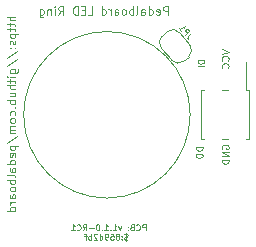
<source format=gbo>
G04 #@! TF.GenerationSoftware,KiCad,Pcbnew,7.0.9-7.0.9~ubuntu23.04.1*
G04 #@! TF.CreationDate,2024-01-08T21:56:59+00:00*
G04 #@! TF.ProjectId,pedalboard-led-ring,70656461-6c62-46f6-9172-642d6c65642d,1.1.0-RC1*
G04 #@! TF.SameCoordinates,Original*
G04 #@! TF.FileFunction,Legend,Bot*
G04 #@! TF.FilePolarity,Positive*
%FSLAX46Y46*%
G04 Gerber Fmt 4.6, Leading zero omitted, Abs format (unit mm)*
G04 Created by KiCad (PCBNEW 7.0.9-7.0.9~ubuntu23.04.1) date 2024-01-08 21:56:59*
%MOMM*%
%LPD*%
G01*
G04 APERTURE LIST*
%ADD10C,0.100000*%
%ADD11C,0.120000*%
G04 APERTURE END LIST*
D10*
X87050000Y-60000000D02*
G75*
G03*
X87050000Y-60000000I-7050000J0D01*
G01*
X88203609Y-55384836D02*
X87703609Y-55384836D01*
X87703609Y-55384836D02*
X87703609Y-55503884D01*
X87703609Y-55503884D02*
X87727419Y-55575312D01*
X87727419Y-55575312D02*
X87775038Y-55622931D01*
X87775038Y-55622931D02*
X87822657Y-55646741D01*
X87822657Y-55646741D02*
X87917895Y-55670550D01*
X87917895Y-55670550D02*
X87989323Y-55670550D01*
X87989323Y-55670550D02*
X88084561Y-55646741D01*
X88084561Y-55646741D02*
X88132180Y-55622931D01*
X88132180Y-55622931D02*
X88179800Y-55575312D01*
X88179800Y-55575312D02*
X88203609Y-55503884D01*
X88203609Y-55503884D02*
X88203609Y-55384836D01*
X88203609Y-55884836D02*
X87703609Y-55884836D01*
X88121371Y-62708646D02*
X87521371Y-62708646D01*
X87521371Y-62708646D02*
X87521371Y-62851503D01*
X87521371Y-62851503D02*
X87549942Y-62937217D01*
X87549942Y-62937217D02*
X87607085Y-62994360D01*
X87607085Y-62994360D02*
X87664228Y-63022931D01*
X87664228Y-63022931D02*
X87778514Y-63051503D01*
X87778514Y-63051503D02*
X87864228Y-63051503D01*
X87864228Y-63051503D02*
X87978514Y-63022931D01*
X87978514Y-63022931D02*
X88035657Y-62994360D01*
X88035657Y-62994360D02*
X88092800Y-62937217D01*
X88092800Y-62937217D02*
X88121371Y-62851503D01*
X88121371Y-62851503D02*
X88121371Y-62708646D01*
X87521371Y-63422931D02*
X87521371Y-63480074D01*
X87521371Y-63480074D02*
X87549942Y-63537217D01*
X87549942Y-63537217D02*
X87578514Y-63565789D01*
X87578514Y-63565789D02*
X87635657Y-63594360D01*
X87635657Y-63594360D02*
X87749942Y-63622931D01*
X87749942Y-63622931D02*
X87892800Y-63622931D01*
X87892800Y-63622931D02*
X88007085Y-63594360D01*
X88007085Y-63594360D02*
X88064228Y-63565789D01*
X88064228Y-63565789D02*
X88092800Y-63537217D01*
X88092800Y-63537217D02*
X88121371Y-63480074D01*
X88121371Y-63480074D02*
X88121371Y-63422931D01*
X88121371Y-63422931D02*
X88092800Y-63365789D01*
X88092800Y-63365789D02*
X88064228Y-63337217D01*
X88064228Y-63337217D02*
X88007085Y-63308646D01*
X88007085Y-63308646D02*
X87892800Y-63280074D01*
X87892800Y-63280074D02*
X87749942Y-63280074D01*
X87749942Y-63280074D02*
X87635657Y-63308646D01*
X87635657Y-63308646D02*
X87578514Y-63337217D01*
X87578514Y-63337217D02*
X87549942Y-63365789D01*
X87549942Y-63365789D02*
X87521371Y-63422931D01*
X89749942Y-62872931D02*
X89721371Y-62815789D01*
X89721371Y-62815789D02*
X89721371Y-62730074D01*
X89721371Y-62730074D02*
X89749942Y-62644360D01*
X89749942Y-62644360D02*
X89807085Y-62587217D01*
X89807085Y-62587217D02*
X89864228Y-62558646D01*
X89864228Y-62558646D02*
X89978514Y-62530074D01*
X89978514Y-62530074D02*
X90064228Y-62530074D01*
X90064228Y-62530074D02*
X90178514Y-62558646D01*
X90178514Y-62558646D02*
X90235657Y-62587217D01*
X90235657Y-62587217D02*
X90292800Y-62644360D01*
X90292800Y-62644360D02*
X90321371Y-62730074D01*
X90321371Y-62730074D02*
X90321371Y-62787217D01*
X90321371Y-62787217D02*
X90292800Y-62872931D01*
X90292800Y-62872931D02*
X90264228Y-62901503D01*
X90264228Y-62901503D02*
X90064228Y-62901503D01*
X90064228Y-62901503D02*
X90064228Y-62787217D01*
X90321371Y-63158646D02*
X89721371Y-63158646D01*
X89721371Y-63158646D02*
X90321371Y-63501503D01*
X90321371Y-63501503D02*
X89721371Y-63501503D01*
X90321371Y-63787217D02*
X89721371Y-63787217D01*
X89721371Y-63787217D02*
X89721371Y-63930074D01*
X89721371Y-63930074D02*
X89749942Y-64015788D01*
X89749942Y-64015788D02*
X89807085Y-64072931D01*
X89807085Y-64072931D02*
X89864228Y-64101502D01*
X89864228Y-64101502D02*
X89978514Y-64130074D01*
X89978514Y-64130074D02*
X90064228Y-64130074D01*
X90064228Y-64130074D02*
X90178514Y-64101502D01*
X90178514Y-64101502D02*
X90235657Y-64072931D01*
X90235657Y-64072931D02*
X90292800Y-64015788D01*
X90292800Y-64015788D02*
X90321371Y-63930074D01*
X90321371Y-63930074D02*
X90321371Y-63787217D01*
X72249133Y-51703336D02*
X71549133Y-51703336D01*
X72249133Y-52003336D02*
X71882466Y-52003336D01*
X71882466Y-52003336D02*
X71815800Y-51970003D01*
X71815800Y-51970003D02*
X71782466Y-51903336D01*
X71782466Y-51903336D02*
X71782466Y-51803336D01*
X71782466Y-51803336D02*
X71815800Y-51736670D01*
X71815800Y-51736670D02*
X71849133Y-51703336D01*
X71782466Y-52236669D02*
X71782466Y-52503336D01*
X71549133Y-52336669D02*
X72149133Y-52336669D01*
X72149133Y-52336669D02*
X72215800Y-52370003D01*
X72215800Y-52370003D02*
X72249133Y-52436669D01*
X72249133Y-52436669D02*
X72249133Y-52503336D01*
X71782466Y-52636669D02*
X71782466Y-52903336D01*
X71549133Y-52736669D02*
X72149133Y-52736669D01*
X72149133Y-52736669D02*
X72215800Y-52770003D01*
X72215800Y-52770003D02*
X72249133Y-52836669D01*
X72249133Y-52836669D02*
X72249133Y-52903336D01*
X71782466Y-53136669D02*
X72482466Y-53136669D01*
X71815800Y-53136669D02*
X71782466Y-53203336D01*
X71782466Y-53203336D02*
X71782466Y-53336669D01*
X71782466Y-53336669D02*
X71815800Y-53403336D01*
X71815800Y-53403336D02*
X71849133Y-53436669D01*
X71849133Y-53436669D02*
X71915800Y-53470003D01*
X71915800Y-53470003D02*
X72115800Y-53470003D01*
X72115800Y-53470003D02*
X72182466Y-53436669D01*
X72182466Y-53436669D02*
X72215800Y-53403336D01*
X72215800Y-53403336D02*
X72249133Y-53336669D01*
X72249133Y-53336669D02*
X72249133Y-53203336D01*
X72249133Y-53203336D02*
X72215800Y-53136669D01*
X72215800Y-53736669D02*
X72249133Y-53803336D01*
X72249133Y-53803336D02*
X72249133Y-53936669D01*
X72249133Y-53936669D02*
X72215800Y-54003336D01*
X72215800Y-54003336D02*
X72149133Y-54036669D01*
X72149133Y-54036669D02*
X72115800Y-54036669D01*
X72115800Y-54036669D02*
X72049133Y-54003336D01*
X72049133Y-54003336D02*
X72015800Y-53936669D01*
X72015800Y-53936669D02*
X72015800Y-53836669D01*
X72015800Y-53836669D02*
X71982466Y-53770002D01*
X71982466Y-53770002D02*
X71915800Y-53736669D01*
X71915800Y-53736669D02*
X71882466Y-53736669D01*
X71882466Y-53736669D02*
X71815800Y-53770002D01*
X71815800Y-53770002D02*
X71782466Y-53836669D01*
X71782466Y-53836669D02*
X71782466Y-53936669D01*
X71782466Y-53936669D02*
X71815800Y-54003336D01*
X72182466Y-54336669D02*
X72215800Y-54370003D01*
X72215800Y-54370003D02*
X72249133Y-54336669D01*
X72249133Y-54336669D02*
X72215800Y-54303336D01*
X72215800Y-54303336D02*
X72182466Y-54336669D01*
X72182466Y-54336669D02*
X72249133Y-54336669D01*
X71815800Y-54336669D02*
X71849133Y-54370003D01*
X71849133Y-54370003D02*
X71882466Y-54336669D01*
X71882466Y-54336669D02*
X71849133Y-54303336D01*
X71849133Y-54303336D02*
X71815800Y-54336669D01*
X71815800Y-54336669D02*
X71882466Y-54336669D01*
X71515800Y-55170002D02*
X72415800Y-54570002D01*
X71515800Y-55903335D02*
X72415800Y-55303335D01*
X71782466Y-56436668D02*
X72349133Y-56436668D01*
X72349133Y-56436668D02*
X72415800Y-56403335D01*
X72415800Y-56403335D02*
X72449133Y-56370002D01*
X72449133Y-56370002D02*
X72482466Y-56303335D01*
X72482466Y-56303335D02*
X72482466Y-56203335D01*
X72482466Y-56203335D02*
X72449133Y-56136668D01*
X72215800Y-56436668D02*
X72249133Y-56370002D01*
X72249133Y-56370002D02*
X72249133Y-56236668D01*
X72249133Y-56236668D02*
X72215800Y-56170002D01*
X72215800Y-56170002D02*
X72182466Y-56136668D01*
X72182466Y-56136668D02*
X72115800Y-56103335D01*
X72115800Y-56103335D02*
X71915800Y-56103335D01*
X71915800Y-56103335D02*
X71849133Y-56136668D01*
X71849133Y-56136668D02*
X71815800Y-56170002D01*
X71815800Y-56170002D02*
X71782466Y-56236668D01*
X71782466Y-56236668D02*
X71782466Y-56370002D01*
X71782466Y-56370002D02*
X71815800Y-56436668D01*
X72249133Y-56770001D02*
X71782466Y-56770001D01*
X71549133Y-56770001D02*
X71582466Y-56736668D01*
X71582466Y-56736668D02*
X71615800Y-56770001D01*
X71615800Y-56770001D02*
X71582466Y-56803335D01*
X71582466Y-56803335D02*
X71549133Y-56770001D01*
X71549133Y-56770001D02*
X71615800Y-56770001D01*
X71782466Y-57003334D02*
X71782466Y-57270001D01*
X71549133Y-57103334D02*
X72149133Y-57103334D01*
X72149133Y-57103334D02*
X72215800Y-57136668D01*
X72215800Y-57136668D02*
X72249133Y-57203334D01*
X72249133Y-57203334D02*
X72249133Y-57270001D01*
X72249133Y-57503334D02*
X71549133Y-57503334D01*
X72249133Y-57803334D02*
X71882466Y-57803334D01*
X71882466Y-57803334D02*
X71815800Y-57770001D01*
X71815800Y-57770001D02*
X71782466Y-57703334D01*
X71782466Y-57703334D02*
X71782466Y-57603334D01*
X71782466Y-57603334D02*
X71815800Y-57536668D01*
X71815800Y-57536668D02*
X71849133Y-57503334D01*
X71782466Y-58436667D02*
X72249133Y-58436667D01*
X71782466Y-58136667D02*
X72149133Y-58136667D01*
X72149133Y-58136667D02*
X72215800Y-58170001D01*
X72215800Y-58170001D02*
X72249133Y-58236667D01*
X72249133Y-58236667D02*
X72249133Y-58336667D01*
X72249133Y-58336667D02*
X72215800Y-58403334D01*
X72215800Y-58403334D02*
X72182466Y-58436667D01*
X72249133Y-58770000D02*
X71549133Y-58770000D01*
X71815800Y-58770000D02*
X71782466Y-58836667D01*
X71782466Y-58836667D02*
X71782466Y-58970000D01*
X71782466Y-58970000D02*
X71815800Y-59036667D01*
X71815800Y-59036667D02*
X71849133Y-59070000D01*
X71849133Y-59070000D02*
X71915800Y-59103334D01*
X71915800Y-59103334D02*
X72115800Y-59103334D01*
X72115800Y-59103334D02*
X72182466Y-59070000D01*
X72182466Y-59070000D02*
X72215800Y-59036667D01*
X72215800Y-59036667D02*
X72249133Y-58970000D01*
X72249133Y-58970000D02*
X72249133Y-58836667D01*
X72249133Y-58836667D02*
X72215800Y-58770000D01*
X72182466Y-59403333D02*
X72215800Y-59436667D01*
X72215800Y-59436667D02*
X72249133Y-59403333D01*
X72249133Y-59403333D02*
X72215800Y-59370000D01*
X72215800Y-59370000D02*
X72182466Y-59403333D01*
X72182466Y-59403333D02*
X72249133Y-59403333D01*
X72215800Y-60036666D02*
X72249133Y-59970000D01*
X72249133Y-59970000D02*
X72249133Y-59836666D01*
X72249133Y-59836666D02*
X72215800Y-59770000D01*
X72215800Y-59770000D02*
X72182466Y-59736666D01*
X72182466Y-59736666D02*
X72115800Y-59703333D01*
X72115800Y-59703333D02*
X71915800Y-59703333D01*
X71915800Y-59703333D02*
X71849133Y-59736666D01*
X71849133Y-59736666D02*
X71815800Y-59770000D01*
X71815800Y-59770000D02*
X71782466Y-59836666D01*
X71782466Y-59836666D02*
X71782466Y-59970000D01*
X71782466Y-59970000D02*
X71815800Y-60036666D01*
X72249133Y-60436666D02*
X72215800Y-60370000D01*
X72215800Y-60370000D02*
X72182466Y-60336666D01*
X72182466Y-60336666D02*
X72115800Y-60303333D01*
X72115800Y-60303333D02*
X71915800Y-60303333D01*
X71915800Y-60303333D02*
X71849133Y-60336666D01*
X71849133Y-60336666D02*
X71815800Y-60370000D01*
X71815800Y-60370000D02*
X71782466Y-60436666D01*
X71782466Y-60436666D02*
X71782466Y-60536666D01*
X71782466Y-60536666D02*
X71815800Y-60603333D01*
X71815800Y-60603333D02*
X71849133Y-60636666D01*
X71849133Y-60636666D02*
X71915800Y-60670000D01*
X71915800Y-60670000D02*
X72115800Y-60670000D01*
X72115800Y-60670000D02*
X72182466Y-60636666D01*
X72182466Y-60636666D02*
X72215800Y-60603333D01*
X72215800Y-60603333D02*
X72249133Y-60536666D01*
X72249133Y-60536666D02*
X72249133Y-60436666D01*
X72249133Y-60969999D02*
X71782466Y-60969999D01*
X71849133Y-60969999D02*
X71815800Y-61003333D01*
X71815800Y-61003333D02*
X71782466Y-61069999D01*
X71782466Y-61069999D02*
X71782466Y-61169999D01*
X71782466Y-61169999D02*
X71815800Y-61236666D01*
X71815800Y-61236666D02*
X71882466Y-61269999D01*
X71882466Y-61269999D02*
X72249133Y-61269999D01*
X71882466Y-61269999D02*
X71815800Y-61303333D01*
X71815800Y-61303333D02*
X71782466Y-61369999D01*
X71782466Y-61369999D02*
X71782466Y-61469999D01*
X71782466Y-61469999D02*
X71815800Y-61536666D01*
X71815800Y-61536666D02*
X71882466Y-61569999D01*
X71882466Y-61569999D02*
X72249133Y-61569999D01*
X71515800Y-62403332D02*
X72415800Y-61803332D01*
X71782466Y-62636665D02*
X72482466Y-62636665D01*
X71815800Y-62636665D02*
X71782466Y-62703332D01*
X71782466Y-62703332D02*
X71782466Y-62836665D01*
X71782466Y-62836665D02*
X71815800Y-62903332D01*
X71815800Y-62903332D02*
X71849133Y-62936665D01*
X71849133Y-62936665D02*
X71915800Y-62969999D01*
X71915800Y-62969999D02*
X72115800Y-62969999D01*
X72115800Y-62969999D02*
X72182466Y-62936665D01*
X72182466Y-62936665D02*
X72215800Y-62903332D01*
X72215800Y-62903332D02*
X72249133Y-62836665D01*
X72249133Y-62836665D02*
X72249133Y-62703332D01*
X72249133Y-62703332D02*
X72215800Y-62636665D01*
X72215800Y-63536665D02*
X72249133Y-63469998D01*
X72249133Y-63469998D02*
X72249133Y-63336665D01*
X72249133Y-63336665D02*
X72215800Y-63269998D01*
X72215800Y-63269998D02*
X72149133Y-63236665D01*
X72149133Y-63236665D02*
X71882466Y-63236665D01*
X71882466Y-63236665D02*
X71815800Y-63269998D01*
X71815800Y-63269998D02*
X71782466Y-63336665D01*
X71782466Y-63336665D02*
X71782466Y-63469998D01*
X71782466Y-63469998D02*
X71815800Y-63536665D01*
X71815800Y-63536665D02*
X71882466Y-63569998D01*
X71882466Y-63569998D02*
X71949133Y-63569998D01*
X71949133Y-63569998D02*
X72015800Y-63236665D01*
X72249133Y-64169998D02*
X71549133Y-64169998D01*
X72215800Y-64169998D02*
X72249133Y-64103332D01*
X72249133Y-64103332D02*
X72249133Y-63969998D01*
X72249133Y-63969998D02*
X72215800Y-63903332D01*
X72215800Y-63903332D02*
X72182466Y-63869998D01*
X72182466Y-63869998D02*
X72115800Y-63836665D01*
X72115800Y-63836665D02*
X71915800Y-63836665D01*
X71915800Y-63836665D02*
X71849133Y-63869998D01*
X71849133Y-63869998D02*
X71815800Y-63903332D01*
X71815800Y-63903332D02*
X71782466Y-63969998D01*
X71782466Y-63969998D02*
X71782466Y-64103332D01*
X71782466Y-64103332D02*
X71815800Y-64169998D01*
X72249133Y-64803331D02*
X71882466Y-64803331D01*
X71882466Y-64803331D02*
X71815800Y-64769998D01*
X71815800Y-64769998D02*
X71782466Y-64703331D01*
X71782466Y-64703331D02*
X71782466Y-64569998D01*
X71782466Y-64569998D02*
X71815800Y-64503331D01*
X72215800Y-64803331D02*
X72249133Y-64736665D01*
X72249133Y-64736665D02*
X72249133Y-64569998D01*
X72249133Y-64569998D02*
X72215800Y-64503331D01*
X72215800Y-64503331D02*
X72149133Y-64469998D01*
X72149133Y-64469998D02*
X72082466Y-64469998D01*
X72082466Y-64469998D02*
X72015800Y-64503331D01*
X72015800Y-64503331D02*
X71982466Y-64569998D01*
X71982466Y-64569998D02*
X71982466Y-64736665D01*
X71982466Y-64736665D02*
X71949133Y-64803331D01*
X72249133Y-65236664D02*
X72215800Y-65169998D01*
X72215800Y-65169998D02*
X72149133Y-65136664D01*
X72149133Y-65136664D02*
X71549133Y-65136664D01*
X72249133Y-65503331D02*
X71549133Y-65503331D01*
X71815800Y-65503331D02*
X71782466Y-65569998D01*
X71782466Y-65569998D02*
X71782466Y-65703331D01*
X71782466Y-65703331D02*
X71815800Y-65769998D01*
X71815800Y-65769998D02*
X71849133Y-65803331D01*
X71849133Y-65803331D02*
X71915800Y-65836665D01*
X71915800Y-65836665D02*
X72115800Y-65836665D01*
X72115800Y-65836665D02*
X72182466Y-65803331D01*
X72182466Y-65803331D02*
X72215800Y-65769998D01*
X72215800Y-65769998D02*
X72249133Y-65703331D01*
X72249133Y-65703331D02*
X72249133Y-65569998D01*
X72249133Y-65569998D02*
X72215800Y-65503331D01*
X72249133Y-66236664D02*
X72215800Y-66169998D01*
X72215800Y-66169998D02*
X72182466Y-66136664D01*
X72182466Y-66136664D02*
X72115800Y-66103331D01*
X72115800Y-66103331D02*
X71915800Y-66103331D01*
X71915800Y-66103331D02*
X71849133Y-66136664D01*
X71849133Y-66136664D02*
X71815800Y-66169998D01*
X71815800Y-66169998D02*
X71782466Y-66236664D01*
X71782466Y-66236664D02*
X71782466Y-66336664D01*
X71782466Y-66336664D02*
X71815800Y-66403331D01*
X71815800Y-66403331D02*
X71849133Y-66436664D01*
X71849133Y-66436664D02*
X71915800Y-66469998D01*
X71915800Y-66469998D02*
X72115800Y-66469998D01*
X72115800Y-66469998D02*
X72182466Y-66436664D01*
X72182466Y-66436664D02*
X72215800Y-66403331D01*
X72215800Y-66403331D02*
X72249133Y-66336664D01*
X72249133Y-66336664D02*
X72249133Y-66236664D01*
X72249133Y-67069997D02*
X71882466Y-67069997D01*
X71882466Y-67069997D02*
X71815800Y-67036664D01*
X71815800Y-67036664D02*
X71782466Y-66969997D01*
X71782466Y-66969997D02*
X71782466Y-66836664D01*
X71782466Y-66836664D02*
X71815800Y-66769997D01*
X72215800Y-67069997D02*
X72249133Y-67003331D01*
X72249133Y-67003331D02*
X72249133Y-66836664D01*
X72249133Y-66836664D02*
X72215800Y-66769997D01*
X72215800Y-66769997D02*
X72149133Y-66736664D01*
X72149133Y-66736664D02*
X72082466Y-66736664D01*
X72082466Y-66736664D02*
X72015800Y-66769997D01*
X72015800Y-66769997D02*
X71982466Y-66836664D01*
X71982466Y-66836664D02*
X71982466Y-67003331D01*
X71982466Y-67003331D02*
X71949133Y-67069997D01*
X72249133Y-67403330D02*
X71782466Y-67403330D01*
X71915800Y-67403330D02*
X71849133Y-67436664D01*
X71849133Y-67436664D02*
X71815800Y-67469997D01*
X71815800Y-67469997D02*
X71782466Y-67536664D01*
X71782466Y-67536664D02*
X71782466Y-67603330D01*
X72249133Y-68136663D02*
X71549133Y-68136663D01*
X72215800Y-68136663D02*
X72249133Y-68069997D01*
X72249133Y-68069997D02*
X72249133Y-67936663D01*
X72249133Y-67936663D02*
X72215800Y-67869997D01*
X72215800Y-67869997D02*
X72182466Y-67836663D01*
X72182466Y-67836663D02*
X72115800Y-67803330D01*
X72115800Y-67803330D02*
X71915800Y-67803330D01*
X71915800Y-67803330D02*
X71849133Y-67836663D01*
X71849133Y-67836663D02*
X71815800Y-67869997D01*
X71815800Y-67869997D02*
X71782466Y-67936663D01*
X71782466Y-67936663D02*
X71782466Y-68069997D01*
X71782466Y-68069997D02*
X71815800Y-68136663D01*
X89711371Y-54462931D02*
X90311371Y-54662931D01*
X90311371Y-54662931D02*
X89711371Y-54862931D01*
X90254228Y-55405789D02*
X90282800Y-55377217D01*
X90282800Y-55377217D02*
X90311371Y-55291503D01*
X90311371Y-55291503D02*
X90311371Y-55234360D01*
X90311371Y-55234360D02*
X90282800Y-55148646D01*
X90282800Y-55148646D02*
X90225657Y-55091503D01*
X90225657Y-55091503D02*
X90168514Y-55062932D01*
X90168514Y-55062932D02*
X90054228Y-55034360D01*
X90054228Y-55034360D02*
X89968514Y-55034360D01*
X89968514Y-55034360D02*
X89854228Y-55062932D01*
X89854228Y-55062932D02*
X89797085Y-55091503D01*
X89797085Y-55091503D02*
X89739942Y-55148646D01*
X89739942Y-55148646D02*
X89711371Y-55234360D01*
X89711371Y-55234360D02*
X89711371Y-55291503D01*
X89711371Y-55291503D02*
X89739942Y-55377217D01*
X89739942Y-55377217D02*
X89768514Y-55405789D01*
X90254228Y-56005789D02*
X90282800Y-55977217D01*
X90282800Y-55977217D02*
X90311371Y-55891503D01*
X90311371Y-55891503D02*
X90311371Y-55834360D01*
X90311371Y-55834360D02*
X90282800Y-55748646D01*
X90282800Y-55748646D02*
X90225657Y-55691503D01*
X90225657Y-55691503D02*
X90168514Y-55662932D01*
X90168514Y-55662932D02*
X90054228Y-55634360D01*
X90054228Y-55634360D02*
X89968514Y-55634360D01*
X89968514Y-55634360D02*
X89854228Y-55662932D01*
X89854228Y-55662932D02*
X89797085Y-55691503D01*
X89797085Y-55691503D02*
X89739942Y-55748646D01*
X89739942Y-55748646D02*
X89711371Y-55834360D01*
X89711371Y-55834360D02*
X89711371Y-55891503D01*
X89711371Y-55891503D02*
X89739942Y-55977217D01*
X89739942Y-55977217D02*
X89768514Y-56005789D01*
X83271426Y-69768609D02*
X83271426Y-69268609D01*
X83271426Y-69268609D02*
X83080950Y-69268609D01*
X83080950Y-69268609D02*
X83033331Y-69292419D01*
X83033331Y-69292419D02*
X83009521Y-69316228D01*
X83009521Y-69316228D02*
X82985712Y-69363847D01*
X82985712Y-69363847D02*
X82985712Y-69435276D01*
X82985712Y-69435276D02*
X83009521Y-69482895D01*
X83009521Y-69482895D02*
X83033331Y-69506704D01*
X83033331Y-69506704D02*
X83080950Y-69530514D01*
X83080950Y-69530514D02*
X83271426Y-69530514D01*
X82485712Y-69720990D02*
X82509521Y-69744800D01*
X82509521Y-69744800D02*
X82580950Y-69768609D01*
X82580950Y-69768609D02*
X82628569Y-69768609D01*
X82628569Y-69768609D02*
X82699997Y-69744800D01*
X82699997Y-69744800D02*
X82747616Y-69697180D01*
X82747616Y-69697180D02*
X82771426Y-69649561D01*
X82771426Y-69649561D02*
X82795235Y-69554323D01*
X82795235Y-69554323D02*
X82795235Y-69482895D01*
X82795235Y-69482895D02*
X82771426Y-69387657D01*
X82771426Y-69387657D02*
X82747616Y-69340038D01*
X82747616Y-69340038D02*
X82699997Y-69292419D01*
X82699997Y-69292419D02*
X82628569Y-69268609D01*
X82628569Y-69268609D02*
X82580950Y-69268609D01*
X82580950Y-69268609D02*
X82509521Y-69292419D01*
X82509521Y-69292419D02*
X82485712Y-69316228D01*
X82104759Y-69506704D02*
X82033331Y-69530514D01*
X82033331Y-69530514D02*
X82009521Y-69554323D01*
X82009521Y-69554323D02*
X81985712Y-69601942D01*
X81985712Y-69601942D02*
X81985712Y-69673371D01*
X81985712Y-69673371D02*
X82009521Y-69720990D01*
X82009521Y-69720990D02*
X82033331Y-69744800D01*
X82033331Y-69744800D02*
X82080950Y-69768609D01*
X82080950Y-69768609D02*
X82271426Y-69768609D01*
X82271426Y-69768609D02*
X82271426Y-69268609D01*
X82271426Y-69268609D02*
X82104759Y-69268609D01*
X82104759Y-69268609D02*
X82057140Y-69292419D01*
X82057140Y-69292419D02*
X82033331Y-69316228D01*
X82033331Y-69316228D02*
X82009521Y-69363847D01*
X82009521Y-69363847D02*
X82009521Y-69411466D01*
X82009521Y-69411466D02*
X82033331Y-69459085D01*
X82033331Y-69459085D02*
X82057140Y-69482895D01*
X82057140Y-69482895D02*
X82104759Y-69506704D01*
X82104759Y-69506704D02*
X82271426Y-69506704D01*
X81771426Y-69720990D02*
X81747616Y-69744800D01*
X81747616Y-69744800D02*
X81771426Y-69768609D01*
X81771426Y-69768609D02*
X81795235Y-69744800D01*
X81795235Y-69744800D02*
X81771426Y-69720990D01*
X81771426Y-69720990D02*
X81771426Y-69768609D01*
X81771426Y-69459085D02*
X81747616Y-69482895D01*
X81747616Y-69482895D02*
X81771426Y-69506704D01*
X81771426Y-69506704D02*
X81795235Y-69482895D01*
X81795235Y-69482895D02*
X81771426Y-69459085D01*
X81771426Y-69459085D02*
X81771426Y-69506704D01*
X81199998Y-69435276D02*
X81080950Y-69768609D01*
X81080950Y-69768609D02*
X80961903Y-69435276D01*
X80509522Y-69768609D02*
X80795236Y-69768609D01*
X80652379Y-69768609D02*
X80652379Y-69268609D01*
X80652379Y-69268609D02*
X80699998Y-69340038D01*
X80699998Y-69340038D02*
X80747617Y-69387657D01*
X80747617Y-69387657D02*
X80795236Y-69411466D01*
X80295237Y-69720990D02*
X80271427Y-69744800D01*
X80271427Y-69744800D02*
X80295237Y-69768609D01*
X80295237Y-69768609D02*
X80319046Y-69744800D01*
X80319046Y-69744800D02*
X80295237Y-69720990D01*
X80295237Y-69720990D02*
X80295237Y-69768609D01*
X79795237Y-69768609D02*
X80080951Y-69768609D01*
X79938094Y-69768609D02*
X79938094Y-69268609D01*
X79938094Y-69268609D02*
X79985713Y-69340038D01*
X79985713Y-69340038D02*
X80033332Y-69387657D01*
X80033332Y-69387657D02*
X80080951Y-69411466D01*
X79580952Y-69720990D02*
X79557142Y-69744800D01*
X79557142Y-69744800D02*
X79580952Y-69768609D01*
X79580952Y-69768609D02*
X79604761Y-69744800D01*
X79604761Y-69744800D02*
X79580952Y-69720990D01*
X79580952Y-69720990D02*
X79580952Y-69768609D01*
X79247619Y-69268609D02*
X79200000Y-69268609D01*
X79200000Y-69268609D02*
X79152381Y-69292419D01*
X79152381Y-69292419D02*
X79128571Y-69316228D01*
X79128571Y-69316228D02*
X79104762Y-69363847D01*
X79104762Y-69363847D02*
X79080952Y-69459085D01*
X79080952Y-69459085D02*
X79080952Y-69578133D01*
X79080952Y-69578133D02*
X79104762Y-69673371D01*
X79104762Y-69673371D02*
X79128571Y-69720990D01*
X79128571Y-69720990D02*
X79152381Y-69744800D01*
X79152381Y-69744800D02*
X79200000Y-69768609D01*
X79200000Y-69768609D02*
X79247619Y-69768609D01*
X79247619Y-69768609D02*
X79295238Y-69744800D01*
X79295238Y-69744800D02*
X79319047Y-69720990D01*
X79319047Y-69720990D02*
X79342857Y-69673371D01*
X79342857Y-69673371D02*
X79366666Y-69578133D01*
X79366666Y-69578133D02*
X79366666Y-69459085D01*
X79366666Y-69459085D02*
X79342857Y-69363847D01*
X79342857Y-69363847D02*
X79319047Y-69316228D01*
X79319047Y-69316228D02*
X79295238Y-69292419D01*
X79295238Y-69292419D02*
X79247619Y-69268609D01*
X78866667Y-69578133D02*
X78485715Y-69578133D01*
X77961905Y-69768609D02*
X78128571Y-69530514D01*
X78247619Y-69768609D02*
X78247619Y-69268609D01*
X78247619Y-69268609D02*
X78057143Y-69268609D01*
X78057143Y-69268609D02*
X78009524Y-69292419D01*
X78009524Y-69292419D02*
X77985714Y-69316228D01*
X77985714Y-69316228D02*
X77961905Y-69363847D01*
X77961905Y-69363847D02*
X77961905Y-69435276D01*
X77961905Y-69435276D02*
X77985714Y-69482895D01*
X77985714Y-69482895D02*
X78009524Y-69506704D01*
X78009524Y-69506704D02*
X78057143Y-69530514D01*
X78057143Y-69530514D02*
X78247619Y-69530514D01*
X77461905Y-69720990D02*
X77485714Y-69744800D01*
X77485714Y-69744800D02*
X77557143Y-69768609D01*
X77557143Y-69768609D02*
X77604762Y-69768609D01*
X77604762Y-69768609D02*
X77676190Y-69744800D01*
X77676190Y-69744800D02*
X77723809Y-69697180D01*
X77723809Y-69697180D02*
X77747619Y-69649561D01*
X77747619Y-69649561D02*
X77771428Y-69554323D01*
X77771428Y-69554323D02*
X77771428Y-69482895D01*
X77771428Y-69482895D02*
X77747619Y-69387657D01*
X77747619Y-69387657D02*
X77723809Y-69340038D01*
X77723809Y-69340038D02*
X77676190Y-69292419D01*
X77676190Y-69292419D02*
X77604762Y-69268609D01*
X77604762Y-69268609D02*
X77557143Y-69268609D01*
X77557143Y-69268609D02*
X77485714Y-69292419D01*
X77485714Y-69292419D02*
X77461905Y-69316228D01*
X76985714Y-69768609D02*
X77271428Y-69768609D01*
X77128571Y-69768609D02*
X77128571Y-69268609D01*
X77128571Y-69268609D02*
X77176190Y-69340038D01*
X77176190Y-69340038D02*
X77223809Y-69387657D01*
X77223809Y-69387657D02*
X77271428Y-69411466D01*
X81759521Y-70549800D02*
X81688093Y-70573609D01*
X81688093Y-70573609D02*
X81569045Y-70573609D01*
X81569045Y-70573609D02*
X81521426Y-70549800D01*
X81521426Y-70549800D02*
X81497617Y-70525990D01*
X81497617Y-70525990D02*
X81473807Y-70478371D01*
X81473807Y-70478371D02*
X81473807Y-70430752D01*
X81473807Y-70430752D02*
X81497617Y-70383133D01*
X81497617Y-70383133D02*
X81521426Y-70359323D01*
X81521426Y-70359323D02*
X81569045Y-70335514D01*
X81569045Y-70335514D02*
X81664283Y-70311704D01*
X81664283Y-70311704D02*
X81711902Y-70287895D01*
X81711902Y-70287895D02*
X81735712Y-70264085D01*
X81735712Y-70264085D02*
X81759521Y-70216466D01*
X81759521Y-70216466D02*
X81759521Y-70168847D01*
X81759521Y-70168847D02*
X81735712Y-70121228D01*
X81735712Y-70121228D02*
X81711902Y-70097419D01*
X81711902Y-70097419D02*
X81664283Y-70073609D01*
X81664283Y-70073609D02*
X81545236Y-70073609D01*
X81545236Y-70073609D02*
X81473807Y-70097419D01*
X81616664Y-70002180D02*
X81616664Y-70645038D01*
X81259522Y-70525990D02*
X81235712Y-70549800D01*
X81235712Y-70549800D02*
X81259522Y-70573609D01*
X81259522Y-70573609D02*
X81283331Y-70549800D01*
X81283331Y-70549800D02*
X81259522Y-70525990D01*
X81259522Y-70525990D02*
X81259522Y-70573609D01*
X81259522Y-70264085D02*
X81235712Y-70287895D01*
X81235712Y-70287895D02*
X81259522Y-70311704D01*
X81259522Y-70311704D02*
X81283331Y-70287895D01*
X81283331Y-70287895D02*
X81259522Y-70264085D01*
X81259522Y-70264085D02*
X81259522Y-70311704D01*
X80949998Y-70287895D02*
X80997617Y-70264085D01*
X80997617Y-70264085D02*
X81021427Y-70240276D01*
X81021427Y-70240276D02*
X81045236Y-70192657D01*
X81045236Y-70192657D02*
X81045236Y-70168847D01*
X81045236Y-70168847D02*
X81021427Y-70121228D01*
X81021427Y-70121228D02*
X80997617Y-70097419D01*
X80997617Y-70097419D02*
X80949998Y-70073609D01*
X80949998Y-70073609D02*
X80854760Y-70073609D01*
X80854760Y-70073609D02*
X80807141Y-70097419D01*
X80807141Y-70097419D02*
X80783332Y-70121228D01*
X80783332Y-70121228D02*
X80759522Y-70168847D01*
X80759522Y-70168847D02*
X80759522Y-70192657D01*
X80759522Y-70192657D02*
X80783332Y-70240276D01*
X80783332Y-70240276D02*
X80807141Y-70264085D01*
X80807141Y-70264085D02*
X80854760Y-70287895D01*
X80854760Y-70287895D02*
X80949998Y-70287895D01*
X80949998Y-70287895D02*
X80997617Y-70311704D01*
X80997617Y-70311704D02*
X81021427Y-70335514D01*
X81021427Y-70335514D02*
X81045236Y-70383133D01*
X81045236Y-70383133D02*
X81045236Y-70478371D01*
X81045236Y-70478371D02*
X81021427Y-70525990D01*
X81021427Y-70525990D02*
X80997617Y-70549800D01*
X80997617Y-70549800D02*
X80949998Y-70573609D01*
X80949998Y-70573609D02*
X80854760Y-70573609D01*
X80854760Y-70573609D02*
X80807141Y-70549800D01*
X80807141Y-70549800D02*
X80783332Y-70525990D01*
X80783332Y-70525990D02*
X80759522Y-70478371D01*
X80759522Y-70478371D02*
X80759522Y-70383133D01*
X80759522Y-70383133D02*
X80783332Y-70335514D01*
X80783332Y-70335514D02*
X80807141Y-70311704D01*
X80807141Y-70311704D02*
X80854760Y-70287895D01*
X80307142Y-70073609D02*
X80545237Y-70073609D01*
X80545237Y-70073609D02*
X80569046Y-70311704D01*
X80569046Y-70311704D02*
X80545237Y-70287895D01*
X80545237Y-70287895D02*
X80497618Y-70264085D01*
X80497618Y-70264085D02*
X80378570Y-70264085D01*
X80378570Y-70264085D02*
X80330951Y-70287895D01*
X80330951Y-70287895D02*
X80307142Y-70311704D01*
X80307142Y-70311704D02*
X80283332Y-70359323D01*
X80283332Y-70359323D02*
X80283332Y-70478371D01*
X80283332Y-70478371D02*
X80307142Y-70525990D01*
X80307142Y-70525990D02*
X80330951Y-70549800D01*
X80330951Y-70549800D02*
X80378570Y-70573609D01*
X80378570Y-70573609D02*
X80497618Y-70573609D01*
X80497618Y-70573609D02*
X80545237Y-70549800D01*
X80545237Y-70549800D02*
X80569046Y-70525990D01*
X80045237Y-70573609D02*
X79949999Y-70573609D01*
X79949999Y-70573609D02*
X79902380Y-70549800D01*
X79902380Y-70549800D02*
X79878571Y-70525990D01*
X79878571Y-70525990D02*
X79830952Y-70454561D01*
X79830952Y-70454561D02*
X79807142Y-70359323D01*
X79807142Y-70359323D02*
X79807142Y-70168847D01*
X79807142Y-70168847D02*
X79830952Y-70121228D01*
X79830952Y-70121228D02*
X79854761Y-70097419D01*
X79854761Y-70097419D02*
X79902380Y-70073609D01*
X79902380Y-70073609D02*
X79997618Y-70073609D01*
X79997618Y-70073609D02*
X80045237Y-70097419D01*
X80045237Y-70097419D02*
X80069047Y-70121228D01*
X80069047Y-70121228D02*
X80092856Y-70168847D01*
X80092856Y-70168847D02*
X80092856Y-70287895D01*
X80092856Y-70287895D02*
X80069047Y-70335514D01*
X80069047Y-70335514D02*
X80045237Y-70359323D01*
X80045237Y-70359323D02*
X79997618Y-70383133D01*
X79997618Y-70383133D02*
X79902380Y-70383133D01*
X79902380Y-70383133D02*
X79854761Y-70359323D01*
X79854761Y-70359323D02*
X79830952Y-70335514D01*
X79830952Y-70335514D02*
X79807142Y-70287895D01*
X79378571Y-70573609D02*
X79378571Y-70073609D01*
X79378571Y-70549800D02*
X79426190Y-70573609D01*
X79426190Y-70573609D02*
X79521428Y-70573609D01*
X79521428Y-70573609D02*
X79569047Y-70549800D01*
X79569047Y-70549800D02*
X79592857Y-70525990D01*
X79592857Y-70525990D02*
X79616666Y-70478371D01*
X79616666Y-70478371D02*
X79616666Y-70335514D01*
X79616666Y-70335514D02*
X79592857Y-70287895D01*
X79592857Y-70287895D02*
X79569047Y-70264085D01*
X79569047Y-70264085D02*
X79521428Y-70240276D01*
X79521428Y-70240276D02*
X79426190Y-70240276D01*
X79426190Y-70240276D02*
X79378571Y-70264085D01*
X79164285Y-70121228D02*
X79140476Y-70097419D01*
X79140476Y-70097419D02*
X79092857Y-70073609D01*
X79092857Y-70073609D02*
X78973809Y-70073609D01*
X78973809Y-70073609D02*
X78926190Y-70097419D01*
X78926190Y-70097419D02*
X78902381Y-70121228D01*
X78902381Y-70121228D02*
X78878571Y-70168847D01*
X78878571Y-70168847D02*
X78878571Y-70216466D01*
X78878571Y-70216466D02*
X78902381Y-70287895D01*
X78902381Y-70287895D02*
X79188095Y-70573609D01*
X79188095Y-70573609D02*
X78878571Y-70573609D01*
X78664286Y-70573609D02*
X78664286Y-70073609D01*
X78664286Y-70264085D02*
X78616667Y-70240276D01*
X78616667Y-70240276D02*
X78521429Y-70240276D01*
X78521429Y-70240276D02*
X78473810Y-70264085D01*
X78473810Y-70264085D02*
X78450000Y-70287895D01*
X78450000Y-70287895D02*
X78426191Y-70335514D01*
X78426191Y-70335514D02*
X78426191Y-70478371D01*
X78426191Y-70478371D02*
X78450000Y-70525990D01*
X78450000Y-70525990D02*
X78473810Y-70549800D01*
X78473810Y-70549800D02*
X78521429Y-70573609D01*
X78521429Y-70573609D02*
X78616667Y-70573609D01*
X78616667Y-70573609D02*
X78664286Y-70549800D01*
X78283333Y-70240276D02*
X78092857Y-70240276D01*
X78211905Y-70573609D02*
X78211905Y-70145038D01*
X78211905Y-70145038D02*
X78188095Y-70097419D01*
X78188095Y-70097419D02*
X78140476Y-70073609D01*
X78140476Y-70073609D02*
X78092857Y-70073609D01*
X85146664Y-51529133D02*
X85146664Y-50829133D01*
X85146664Y-50829133D02*
X84879997Y-50829133D01*
X84879997Y-50829133D02*
X84813331Y-50862466D01*
X84813331Y-50862466D02*
X84779997Y-50895800D01*
X84779997Y-50895800D02*
X84746664Y-50962466D01*
X84746664Y-50962466D02*
X84746664Y-51062466D01*
X84746664Y-51062466D02*
X84779997Y-51129133D01*
X84779997Y-51129133D02*
X84813331Y-51162466D01*
X84813331Y-51162466D02*
X84879997Y-51195800D01*
X84879997Y-51195800D02*
X85146664Y-51195800D01*
X84179997Y-51495800D02*
X84246664Y-51529133D01*
X84246664Y-51529133D02*
X84379997Y-51529133D01*
X84379997Y-51529133D02*
X84446664Y-51495800D01*
X84446664Y-51495800D02*
X84479997Y-51429133D01*
X84479997Y-51429133D02*
X84479997Y-51162466D01*
X84479997Y-51162466D02*
X84446664Y-51095800D01*
X84446664Y-51095800D02*
X84379997Y-51062466D01*
X84379997Y-51062466D02*
X84246664Y-51062466D01*
X84246664Y-51062466D02*
X84179997Y-51095800D01*
X84179997Y-51095800D02*
X84146664Y-51162466D01*
X84146664Y-51162466D02*
X84146664Y-51229133D01*
X84146664Y-51229133D02*
X84479997Y-51295800D01*
X83546664Y-51529133D02*
X83546664Y-50829133D01*
X83546664Y-51495800D02*
X83613331Y-51529133D01*
X83613331Y-51529133D02*
X83746664Y-51529133D01*
X83746664Y-51529133D02*
X83813331Y-51495800D01*
X83813331Y-51495800D02*
X83846664Y-51462466D01*
X83846664Y-51462466D02*
X83879997Y-51395800D01*
X83879997Y-51395800D02*
X83879997Y-51195800D01*
X83879997Y-51195800D02*
X83846664Y-51129133D01*
X83846664Y-51129133D02*
X83813331Y-51095800D01*
X83813331Y-51095800D02*
X83746664Y-51062466D01*
X83746664Y-51062466D02*
X83613331Y-51062466D01*
X83613331Y-51062466D02*
X83546664Y-51095800D01*
X82913331Y-51529133D02*
X82913331Y-51162466D01*
X82913331Y-51162466D02*
X82946664Y-51095800D01*
X82946664Y-51095800D02*
X83013331Y-51062466D01*
X83013331Y-51062466D02*
X83146664Y-51062466D01*
X83146664Y-51062466D02*
X83213331Y-51095800D01*
X82913331Y-51495800D02*
X82979998Y-51529133D01*
X82979998Y-51529133D02*
X83146664Y-51529133D01*
X83146664Y-51529133D02*
X83213331Y-51495800D01*
X83213331Y-51495800D02*
X83246664Y-51429133D01*
X83246664Y-51429133D02*
X83246664Y-51362466D01*
X83246664Y-51362466D02*
X83213331Y-51295800D01*
X83213331Y-51295800D02*
X83146664Y-51262466D01*
X83146664Y-51262466D02*
X82979998Y-51262466D01*
X82979998Y-51262466D02*
X82913331Y-51229133D01*
X82479998Y-51529133D02*
X82546665Y-51495800D01*
X82546665Y-51495800D02*
X82579998Y-51429133D01*
X82579998Y-51429133D02*
X82579998Y-50829133D01*
X82213331Y-51529133D02*
X82213331Y-50829133D01*
X82213331Y-51095800D02*
X82146664Y-51062466D01*
X82146664Y-51062466D02*
X82013331Y-51062466D01*
X82013331Y-51062466D02*
X81946664Y-51095800D01*
X81946664Y-51095800D02*
X81913331Y-51129133D01*
X81913331Y-51129133D02*
X81879998Y-51195800D01*
X81879998Y-51195800D02*
X81879998Y-51395800D01*
X81879998Y-51395800D02*
X81913331Y-51462466D01*
X81913331Y-51462466D02*
X81946664Y-51495800D01*
X81946664Y-51495800D02*
X82013331Y-51529133D01*
X82013331Y-51529133D02*
X82146664Y-51529133D01*
X82146664Y-51529133D02*
X82213331Y-51495800D01*
X81479998Y-51529133D02*
X81546665Y-51495800D01*
X81546665Y-51495800D02*
X81579998Y-51462466D01*
X81579998Y-51462466D02*
X81613331Y-51395800D01*
X81613331Y-51395800D02*
X81613331Y-51195800D01*
X81613331Y-51195800D02*
X81579998Y-51129133D01*
X81579998Y-51129133D02*
X81546665Y-51095800D01*
X81546665Y-51095800D02*
X81479998Y-51062466D01*
X81479998Y-51062466D02*
X81379998Y-51062466D01*
X81379998Y-51062466D02*
X81313331Y-51095800D01*
X81313331Y-51095800D02*
X81279998Y-51129133D01*
X81279998Y-51129133D02*
X81246665Y-51195800D01*
X81246665Y-51195800D02*
X81246665Y-51395800D01*
X81246665Y-51395800D02*
X81279998Y-51462466D01*
X81279998Y-51462466D02*
X81313331Y-51495800D01*
X81313331Y-51495800D02*
X81379998Y-51529133D01*
X81379998Y-51529133D02*
X81479998Y-51529133D01*
X80646665Y-51529133D02*
X80646665Y-51162466D01*
X80646665Y-51162466D02*
X80679998Y-51095800D01*
X80679998Y-51095800D02*
X80746665Y-51062466D01*
X80746665Y-51062466D02*
X80879998Y-51062466D01*
X80879998Y-51062466D02*
X80946665Y-51095800D01*
X80646665Y-51495800D02*
X80713332Y-51529133D01*
X80713332Y-51529133D02*
X80879998Y-51529133D01*
X80879998Y-51529133D02*
X80946665Y-51495800D01*
X80946665Y-51495800D02*
X80979998Y-51429133D01*
X80979998Y-51429133D02*
X80979998Y-51362466D01*
X80979998Y-51362466D02*
X80946665Y-51295800D01*
X80946665Y-51295800D02*
X80879998Y-51262466D01*
X80879998Y-51262466D02*
X80713332Y-51262466D01*
X80713332Y-51262466D02*
X80646665Y-51229133D01*
X80313332Y-51529133D02*
X80313332Y-51062466D01*
X80313332Y-51195800D02*
X80279999Y-51129133D01*
X80279999Y-51129133D02*
X80246665Y-51095800D01*
X80246665Y-51095800D02*
X80179999Y-51062466D01*
X80179999Y-51062466D02*
X80113332Y-51062466D01*
X79579999Y-51529133D02*
X79579999Y-50829133D01*
X79579999Y-51495800D02*
X79646666Y-51529133D01*
X79646666Y-51529133D02*
X79779999Y-51529133D01*
X79779999Y-51529133D02*
X79846666Y-51495800D01*
X79846666Y-51495800D02*
X79879999Y-51462466D01*
X79879999Y-51462466D02*
X79913332Y-51395800D01*
X79913332Y-51395800D02*
X79913332Y-51195800D01*
X79913332Y-51195800D02*
X79879999Y-51129133D01*
X79879999Y-51129133D02*
X79846666Y-51095800D01*
X79846666Y-51095800D02*
X79779999Y-51062466D01*
X79779999Y-51062466D02*
X79646666Y-51062466D01*
X79646666Y-51062466D02*
X79579999Y-51095800D01*
X78380000Y-51529133D02*
X78713333Y-51529133D01*
X78713333Y-51529133D02*
X78713333Y-50829133D01*
X78146666Y-51162466D02*
X77913333Y-51162466D01*
X77813333Y-51529133D02*
X78146666Y-51529133D01*
X78146666Y-51529133D02*
X78146666Y-50829133D01*
X78146666Y-50829133D02*
X77813333Y-50829133D01*
X77513333Y-51529133D02*
X77513333Y-50829133D01*
X77513333Y-50829133D02*
X77346666Y-50829133D01*
X77346666Y-50829133D02*
X77246666Y-50862466D01*
X77246666Y-50862466D02*
X77180000Y-50929133D01*
X77180000Y-50929133D02*
X77146666Y-50995800D01*
X77146666Y-50995800D02*
X77113333Y-51129133D01*
X77113333Y-51129133D02*
X77113333Y-51229133D01*
X77113333Y-51229133D02*
X77146666Y-51362466D01*
X77146666Y-51362466D02*
X77180000Y-51429133D01*
X77180000Y-51429133D02*
X77246666Y-51495800D01*
X77246666Y-51495800D02*
X77346666Y-51529133D01*
X77346666Y-51529133D02*
X77513333Y-51529133D01*
X75880000Y-51529133D02*
X76113333Y-51195800D01*
X76280000Y-51529133D02*
X76280000Y-50829133D01*
X76280000Y-50829133D02*
X76013333Y-50829133D01*
X76013333Y-50829133D02*
X75946667Y-50862466D01*
X75946667Y-50862466D02*
X75913333Y-50895800D01*
X75913333Y-50895800D02*
X75880000Y-50962466D01*
X75880000Y-50962466D02*
X75880000Y-51062466D01*
X75880000Y-51062466D02*
X75913333Y-51129133D01*
X75913333Y-51129133D02*
X75946667Y-51162466D01*
X75946667Y-51162466D02*
X76013333Y-51195800D01*
X76013333Y-51195800D02*
X76280000Y-51195800D01*
X75580000Y-51529133D02*
X75580000Y-51062466D01*
X75580000Y-50829133D02*
X75613333Y-50862466D01*
X75613333Y-50862466D02*
X75580000Y-50895800D01*
X75580000Y-50895800D02*
X75546667Y-50862466D01*
X75546667Y-50862466D02*
X75580000Y-50829133D01*
X75580000Y-50829133D02*
X75580000Y-50895800D01*
X75246667Y-51062466D02*
X75246667Y-51529133D01*
X75246667Y-51129133D02*
X75213334Y-51095800D01*
X75213334Y-51095800D02*
X75146667Y-51062466D01*
X75146667Y-51062466D02*
X75046667Y-51062466D01*
X75046667Y-51062466D02*
X74980000Y-51095800D01*
X74980000Y-51095800D02*
X74946667Y-51162466D01*
X74946667Y-51162466D02*
X74946667Y-51529133D01*
X74313334Y-51062466D02*
X74313334Y-51629133D01*
X74313334Y-51629133D02*
X74346667Y-51695800D01*
X74346667Y-51695800D02*
X74380001Y-51729133D01*
X74380001Y-51729133D02*
X74446667Y-51762466D01*
X74446667Y-51762466D02*
X74546667Y-51762466D01*
X74546667Y-51762466D02*
X74613334Y-51729133D01*
X74313334Y-51495800D02*
X74380001Y-51529133D01*
X74380001Y-51529133D02*
X74513334Y-51529133D01*
X74513334Y-51529133D02*
X74580001Y-51495800D01*
X74580001Y-51495800D02*
X74613334Y-51462466D01*
X74613334Y-51462466D02*
X74646667Y-51395800D01*
X74646667Y-51395800D02*
X74646667Y-51195800D01*
X74646667Y-51195800D02*
X74613334Y-51129133D01*
X74613334Y-51129133D02*
X74580001Y-51095800D01*
X74580001Y-51095800D02*
X74513334Y-51062466D01*
X74513334Y-51062466D02*
X74380001Y-51062466D01*
X74380001Y-51062466D02*
X74313334Y-51095800D01*
X87137640Y-53103131D02*
X86864052Y-53332698D01*
X86864052Y-53332698D02*
X86824639Y-53396851D01*
X86824639Y-53396851D02*
X86818770Y-53463938D01*
X86818770Y-53463938D02*
X86846444Y-53533960D01*
X86846444Y-53533960D02*
X86877053Y-53570438D01*
X86601573Y-53242134D02*
X86984595Y-52920740D01*
X86984595Y-52920740D02*
X86862160Y-52774826D01*
X86862160Y-52774826D02*
X86813311Y-52753653D01*
X86813311Y-52753653D02*
X86779768Y-52750718D01*
X86779768Y-52750718D02*
X86727985Y-52763088D01*
X86727985Y-52763088D02*
X86673268Y-52809001D01*
X86673268Y-52809001D02*
X86652094Y-52857849D01*
X86652094Y-52857849D02*
X86649159Y-52891393D01*
X86649159Y-52891393D02*
X86661529Y-52943176D01*
X86661529Y-52943176D02*
X86783965Y-53089089D01*
X86111830Y-52658481D02*
X86295484Y-52877350D01*
X86203657Y-52767916D02*
X86586679Y-52446522D01*
X86586679Y-52446522D02*
X86562571Y-52528913D01*
X86562571Y-52528913D02*
X86556701Y-52596001D01*
X86556701Y-52596001D02*
X86569071Y-52647783D01*
D11*
X87940000Y-62060000D02*
X87940000Y-57940000D01*
X88240000Y-62060000D02*
X87940000Y-62060000D01*
X90240000Y-62060000D02*
X89760000Y-62060000D01*
X92060000Y-62060000D02*
X91760000Y-62060000D01*
X92060000Y-62060000D02*
X92060000Y-57940000D01*
X88240000Y-57940000D02*
X87940000Y-57940000D01*
X90240000Y-57940000D02*
X89760000Y-57940000D01*
X91760000Y-57940000D02*
X91760000Y-55560000D01*
X92060000Y-57940000D02*
X91760000Y-57940000D01*
X86470089Y-55465299D02*
X86929716Y-55079626D01*
X87015996Y-54093444D02*
X86116093Y-53020981D01*
X84584004Y-54306556D02*
X85483907Y-55379019D01*
X85129911Y-52934701D02*
X84670284Y-53320374D01*
X85483908Y-55379018D02*
G75*
G03*
X86470088Y-55465298I536230J449949D01*
G01*
X86929715Y-55079625D02*
G75*
G03*
X87015995Y-54093445I-449949J536230D01*
G01*
X84670284Y-53320375D02*
G75*
G03*
X84584005Y-54306556I449951J-536230D01*
G01*
X86116093Y-53020981D02*
G75*
G03*
X85129911Y-52934701I-536231J-449952D01*
G01*
M02*

</source>
